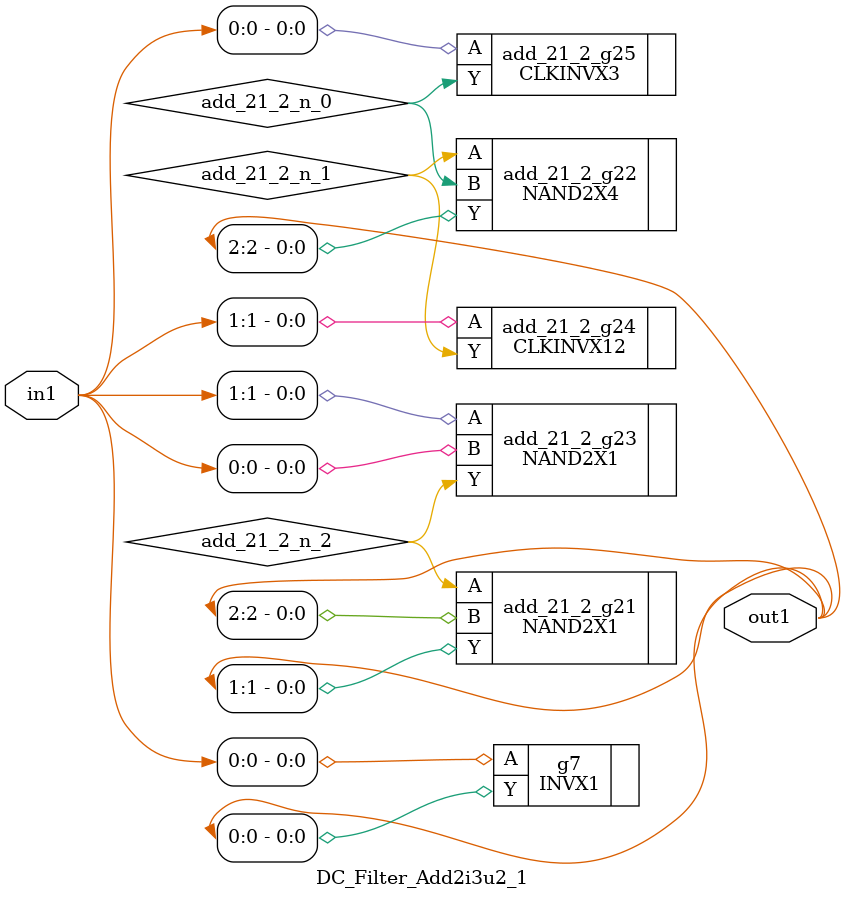
<source format=v>
`timescale 1ps / 1ps


module DC_Filter_Add2i3u2_1(in1, out1);
  input [1:0] in1;
  output [2:0] out1;
  wire [1:0] in1;
  wire [2:0] out1;
  wire add_21_2_n_0, add_21_2_n_1, add_21_2_n_2;
  INVX1 g7(.A (in1[0]), .Y (out1[0]));
  NAND2X1 add_21_2_g21(.A (add_21_2_n_2), .B (out1[2]), .Y (out1[1]));
  NAND2X4 add_21_2_g22(.A (add_21_2_n_1), .B (add_21_2_n_0), .Y
       (out1[2]));
  NAND2X1 add_21_2_g23(.A (in1[1]), .B (in1[0]), .Y (add_21_2_n_2));
  CLKINVX12 add_21_2_g24(.A (in1[1]), .Y (add_21_2_n_1));
  CLKINVX3 add_21_2_g25(.A (in1[0]), .Y (add_21_2_n_0));
endmodule


</source>
